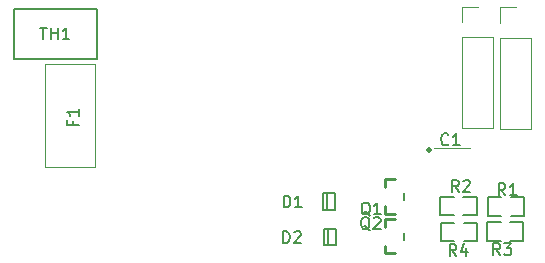
<source format=gbr>
G04 #@! TF.GenerationSoftware,KiCad,Pcbnew,(5.0.2)-1*
G04 #@! TF.CreationDate,2019-05-25T20:09:21+08:00*
G04 #@! TF.ProjectId,2RELAY,3252454c-4159-42e6-9b69-6361645f7063,rev?*
G04 #@! TF.SameCoordinates,Original*
G04 #@! TF.FileFunction,Legend,Top*
G04 #@! TF.FilePolarity,Positive*
%FSLAX46Y46*%
G04 Gerber Fmt 4.6, Leading zero omitted, Abs format (unit mm)*
G04 Created by KiCad (PCBNEW (5.0.2)-1) date 2019-05-25 20:09:21*
%MOMM*%
%LPD*%
G01*
G04 APERTURE LIST*
%ADD10C,0.120000*%
%ADD11C,0.200000*%
%ADD12C,0.500000*%
%ADD13C,0.254000*%
%ADD14C,0.150000*%
G04 APERTURE END LIST*
D10*
G04 #@! TO.C,J6*
X172499980Y-110029300D02*
X175159980Y-110029300D01*
X172499980Y-102349300D02*
X172499980Y-110029300D01*
X175159980Y-102349300D02*
X175159980Y-110029300D01*
X172499980Y-102349300D02*
X175159980Y-102349300D01*
X172499980Y-101079300D02*
X172499980Y-99749300D01*
X172499980Y-99749300D02*
X173829980Y-99749300D01*
D11*
G04 #@! TO.C,R4*
X172644640Y-119618820D02*
X173779640Y-119618820D01*
X170709640Y-119618820D02*
X171844640Y-119618820D01*
X172644640Y-118038820D02*
X173779640Y-118038820D01*
X170709640Y-119618820D02*
X170709640Y-118038820D01*
X173779640Y-119618820D02*
X173779640Y-118038820D01*
X170709640Y-118038820D02*
X171844640Y-118038820D01*
G04 #@! TO.C,R3*
X174649940Y-118023580D02*
X175784940Y-118023580D01*
X177719940Y-119603580D02*
X177719940Y-118023580D01*
X174649940Y-119603580D02*
X174649940Y-118023580D01*
X176584940Y-118023580D02*
X177719940Y-118023580D01*
X174649940Y-119603580D02*
X175784940Y-119603580D01*
X176584940Y-119603580D02*
X177719940Y-119603580D01*
G04 #@! TO.C,R2*
X172617080Y-117436960D02*
X173752080Y-117436960D01*
X170682080Y-117436960D02*
X171817080Y-117436960D01*
X172617080Y-115856960D02*
X173752080Y-115856960D01*
X170682080Y-117436960D02*
X170682080Y-115856960D01*
X173752080Y-117436960D02*
X173752080Y-115856960D01*
X170682080Y-115856960D02*
X171817080Y-115856960D01*
G04 #@! TO.C,R1*
X174707980Y-115912840D02*
X175842980Y-115912840D01*
X177777980Y-117492840D02*
X177777980Y-115912840D01*
X174707980Y-117492840D02*
X174707980Y-115912840D01*
X176642980Y-115912840D02*
X177777980Y-115912840D01*
X174707980Y-117492840D02*
X175842980Y-117492840D01*
X176642980Y-117492840D02*
X177777980Y-117492840D01*
D10*
G04 #@! TO.C,C1*
X170102780Y-111760000D02*
X173176180Y-111760000D01*
D12*
X169709080Y-111898430D02*
X169709080Y-111895890D01*
D10*
G04 #@! TO.C,J4*
X175738480Y-110077560D02*
X178398480Y-110077560D01*
X175738480Y-102397560D02*
X175738480Y-110077560D01*
X178398480Y-102397560D02*
X178398480Y-110077560D01*
X175738480Y-102397560D02*
X178398480Y-102397560D01*
X175738480Y-101127560D02*
X175738480Y-99797560D01*
X175738480Y-99797560D02*
X177068480Y-99797560D01*
D11*
G04 #@! TO.C,D2*
X161144080Y-119958080D02*
X161144080Y-118558080D01*
X160844080Y-119958080D02*
X160844080Y-118558080D01*
X161844080Y-119958080D02*
X161844080Y-118558080D01*
X160844080Y-119958080D02*
X161844080Y-119958080D01*
X160844080Y-118558080D02*
X161844080Y-118558080D01*
D13*
G04 #@! TO.C,Q2*
X166037180Y-118392080D02*
X166037180Y-117732080D01*
X166037180Y-118392080D02*
X166037180Y-117732080D01*
X166037180Y-118392080D02*
X166037180Y-117732080D01*
X166037180Y-117732080D02*
X166852180Y-117732080D01*
X166037180Y-120652080D02*
X166852180Y-120652080D01*
X166037180Y-120652080D02*
X166037180Y-119992080D01*
D11*
X167587180Y-119492080D02*
X167587180Y-118892080D01*
D10*
G04 #@! TO.C,F1*
X141454240Y-104603620D02*
X141454240Y-113343620D01*
X141454240Y-104603620D02*
X137214240Y-104603620D01*
X137214240Y-113343620D02*
X141454240Y-113343620D01*
X137214240Y-113343620D02*
X137214240Y-104603620D01*
D14*
G04 #@! TO.C,TH1*
X141573760Y-99974140D02*
X134573760Y-99974140D01*
X141573760Y-104174140D02*
X134573760Y-104174140D01*
X134573760Y-104174140D02*
X134573760Y-99974140D01*
X141573760Y-104174140D02*
X141573760Y-99974140D01*
D11*
G04 #@! TO.C,D1*
X161083120Y-116955800D02*
X161083120Y-115555800D01*
X160783120Y-116955800D02*
X160783120Y-115555800D01*
X161783120Y-116955800D02*
X161783120Y-115555800D01*
X160783120Y-116955800D02*
X161783120Y-116955800D01*
X160783120Y-115555800D02*
X161783120Y-115555800D01*
G04 #@! TO.C,Q1*
X167577660Y-116118920D02*
X167577660Y-115518920D01*
D13*
X166027660Y-117278920D02*
X166027660Y-116618920D01*
X166027660Y-117278920D02*
X166842660Y-117278920D01*
X166027660Y-114358920D02*
X166842660Y-114358920D01*
X166027660Y-115018920D02*
X166027660Y-114358920D01*
X166027660Y-115018920D02*
X166027660Y-114358920D01*
X166027660Y-115018920D02*
X166027660Y-114358920D01*
G04 #@! TO.C,R4*
D14*
X172032633Y-120853460D02*
X171699300Y-120377270D01*
X171461204Y-120853460D02*
X171461204Y-119853460D01*
X171842157Y-119853460D01*
X171937395Y-119901080D01*
X171985014Y-119948699D01*
X172032633Y-120043937D01*
X172032633Y-120186794D01*
X171985014Y-120282032D01*
X171937395Y-120329651D01*
X171842157Y-120377270D01*
X171461204Y-120377270D01*
X172889776Y-120186794D02*
X172889776Y-120853460D01*
X172651680Y-119805841D02*
X172413585Y-120520127D01*
X173032633Y-120520127D01*
G04 #@! TO.C,R3*
X175746113Y-120792500D02*
X175412780Y-120316310D01*
X175174684Y-120792500D02*
X175174684Y-119792500D01*
X175555637Y-119792500D01*
X175650875Y-119840120D01*
X175698494Y-119887739D01*
X175746113Y-119982977D01*
X175746113Y-120125834D01*
X175698494Y-120221072D01*
X175650875Y-120268691D01*
X175555637Y-120316310D01*
X175174684Y-120316310D01*
X176079446Y-119792500D02*
X176698494Y-119792500D01*
X176365160Y-120173453D01*
X176508018Y-120173453D01*
X176603256Y-120221072D01*
X176650875Y-120268691D01*
X176698494Y-120363929D01*
X176698494Y-120602024D01*
X176650875Y-120697262D01*
X176603256Y-120744881D01*
X176508018Y-120792500D01*
X176222303Y-120792500D01*
X176127065Y-120744881D01*
X176079446Y-120697262D01*
G04 #@! TO.C,R2*
X172230753Y-115440720D02*
X171897420Y-114964530D01*
X171659324Y-115440720D02*
X171659324Y-114440720D01*
X172040277Y-114440720D01*
X172135515Y-114488340D01*
X172183134Y-114535959D01*
X172230753Y-114631197D01*
X172230753Y-114774054D01*
X172183134Y-114869292D01*
X172135515Y-114916911D01*
X172040277Y-114964530D01*
X171659324Y-114964530D01*
X172611705Y-114535959D02*
X172659324Y-114488340D01*
X172754562Y-114440720D01*
X172992658Y-114440720D01*
X173087896Y-114488340D01*
X173135515Y-114535959D01*
X173183134Y-114631197D01*
X173183134Y-114726435D01*
X173135515Y-114869292D01*
X172564086Y-115440720D01*
X173183134Y-115440720D01*
G04 #@! TO.C,R1*
X176185533Y-115720120D02*
X175852200Y-115243930D01*
X175614104Y-115720120D02*
X175614104Y-114720120D01*
X175995057Y-114720120D01*
X176090295Y-114767740D01*
X176137914Y-114815359D01*
X176185533Y-114910597D01*
X176185533Y-115053454D01*
X176137914Y-115148692D01*
X176090295Y-115196311D01*
X175995057Y-115243930D01*
X175614104Y-115243930D01*
X177137914Y-115720120D02*
X176566485Y-115720120D01*
X176852200Y-115720120D02*
X176852200Y-114720120D01*
X176756961Y-114862978D01*
X176661723Y-114958216D01*
X176566485Y-115005835D01*
G04 #@! TO.C,C1*
X171356993Y-111393242D02*
X171309374Y-111440861D01*
X171166517Y-111488480D01*
X171071279Y-111488480D01*
X170928421Y-111440861D01*
X170833183Y-111345623D01*
X170785564Y-111250385D01*
X170737945Y-111059909D01*
X170737945Y-110917052D01*
X170785564Y-110726576D01*
X170833183Y-110631338D01*
X170928421Y-110536100D01*
X171071279Y-110488480D01*
X171166517Y-110488480D01*
X171309374Y-110536100D01*
X171356993Y-110583719D01*
X172309374Y-111488480D02*
X171737945Y-111488480D01*
X172023660Y-111488480D02*
X172023660Y-110488480D01*
X171928421Y-110631338D01*
X171833183Y-110726576D01*
X171737945Y-110774195D01*
G04 #@! TO.C,D2*
X157351504Y-119773960D02*
X157351504Y-118773960D01*
X157589600Y-118773960D01*
X157732457Y-118821580D01*
X157827695Y-118916818D01*
X157875314Y-119012056D01*
X157922933Y-119202532D01*
X157922933Y-119345389D01*
X157875314Y-119535865D01*
X157827695Y-119631103D01*
X157732457Y-119726341D01*
X157589600Y-119773960D01*
X157351504Y-119773960D01*
X158303885Y-118869199D02*
X158351504Y-118821580D01*
X158446742Y-118773960D01*
X158684838Y-118773960D01*
X158780076Y-118821580D01*
X158827695Y-118869199D01*
X158875314Y-118964437D01*
X158875314Y-119059675D01*
X158827695Y-119202532D01*
X158256266Y-119773960D01*
X158875314Y-119773960D01*
G04 #@! TO.C,Q2*
X164710121Y-118685559D02*
X164614883Y-118637940D01*
X164519645Y-118542701D01*
X164376788Y-118399844D01*
X164281550Y-118352225D01*
X164186312Y-118352225D01*
X164233931Y-118590320D02*
X164138693Y-118542701D01*
X164043455Y-118447463D01*
X163995836Y-118256987D01*
X163995836Y-117923654D01*
X164043455Y-117733178D01*
X164138693Y-117637940D01*
X164233931Y-117590320D01*
X164424407Y-117590320D01*
X164519645Y-117637940D01*
X164614883Y-117733178D01*
X164662502Y-117923654D01*
X164662502Y-118256987D01*
X164614883Y-118447463D01*
X164519645Y-118542701D01*
X164424407Y-118590320D01*
X164233931Y-118590320D01*
X165043455Y-117685559D02*
X165091074Y-117637940D01*
X165186312Y-117590320D01*
X165424407Y-117590320D01*
X165519645Y-117637940D01*
X165567264Y-117685559D01*
X165614883Y-117780797D01*
X165614883Y-117876035D01*
X165567264Y-118018892D01*
X164995836Y-118590320D01*
X165614883Y-118590320D01*
G04 #@! TO.C,F1*
X139549991Y-109464433D02*
X139549991Y-109797766D01*
X140073800Y-109797766D02*
X139073800Y-109797766D01*
X139073800Y-109321576D01*
X140073800Y-108416814D02*
X140073800Y-108988242D01*
X140073800Y-108702528D02*
X139073800Y-108702528D01*
X139216658Y-108797766D01*
X139311896Y-108893004D01*
X139359515Y-108988242D01*
G04 #@! TO.C,TH1*
X136793765Y-101527360D02*
X137365194Y-101527360D01*
X137079480Y-102527360D02*
X137079480Y-101527360D01*
X137698527Y-102527360D02*
X137698527Y-101527360D01*
X137698527Y-102003551D02*
X138269956Y-102003551D01*
X138269956Y-102527360D02*
X138269956Y-101527360D01*
X139269956Y-102527360D02*
X138698527Y-102527360D01*
X138984241Y-102527360D02*
X138984241Y-101527360D01*
X138889003Y-101670218D01*
X138793765Y-101765456D01*
X138698527Y-101813075D01*
G04 #@! TO.C,D1*
X157412464Y-116756440D02*
X157412464Y-115756440D01*
X157650560Y-115756440D01*
X157793417Y-115804060D01*
X157888655Y-115899298D01*
X157936274Y-115994536D01*
X157983893Y-116185012D01*
X157983893Y-116327869D01*
X157936274Y-116518345D01*
X157888655Y-116613583D01*
X157793417Y-116708821D01*
X157650560Y-116756440D01*
X157412464Y-116756440D01*
X158936274Y-116756440D02*
X158364845Y-116756440D01*
X158650560Y-116756440D02*
X158650560Y-115756440D01*
X158555321Y-115899298D01*
X158460083Y-115994536D01*
X158364845Y-116042155D01*
G04 #@! TO.C,Q1*
X164740601Y-117443499D02*
X164645363Y-117395880D01*
X164550125Y-117300641D01*
X164407268Y-117157784D01*
X164312030Y-117110165D01*
X164216792Y-117110165D01*
X164264411Y-117348260D02*
X164169173Y-117300641D01*
X164073935Y-117205403D01*
X164026316Y-117014927D01*
X164026316Y-116681594D01*
X164073935Y-116491118D01*
X164169173Y-116395880D01*
X164264411Y-116348260D01*
X164454887Y-116348260D01*
X164550125Y-116395880D01*
X164645363Y-116491118D01*
X164692982Y-116681594D01*
X164692982Y-117014927D01*
X164645363Y-117205403D01*
X164550125Y-117300641D01*
X164454887Y-117348260D01*
X164264411Y-117348260D01*
X165645363Y-117348260D02*
X165073935Y-117348260D01*
X165359649Y-117348260D02*
X165359649Y-116348260D01*
X165264411Y-116491118D01*
X165169173Y-116586356D01*
X165073935Y-116633975D01*
G04 #@! TD*
M02*

</source>
